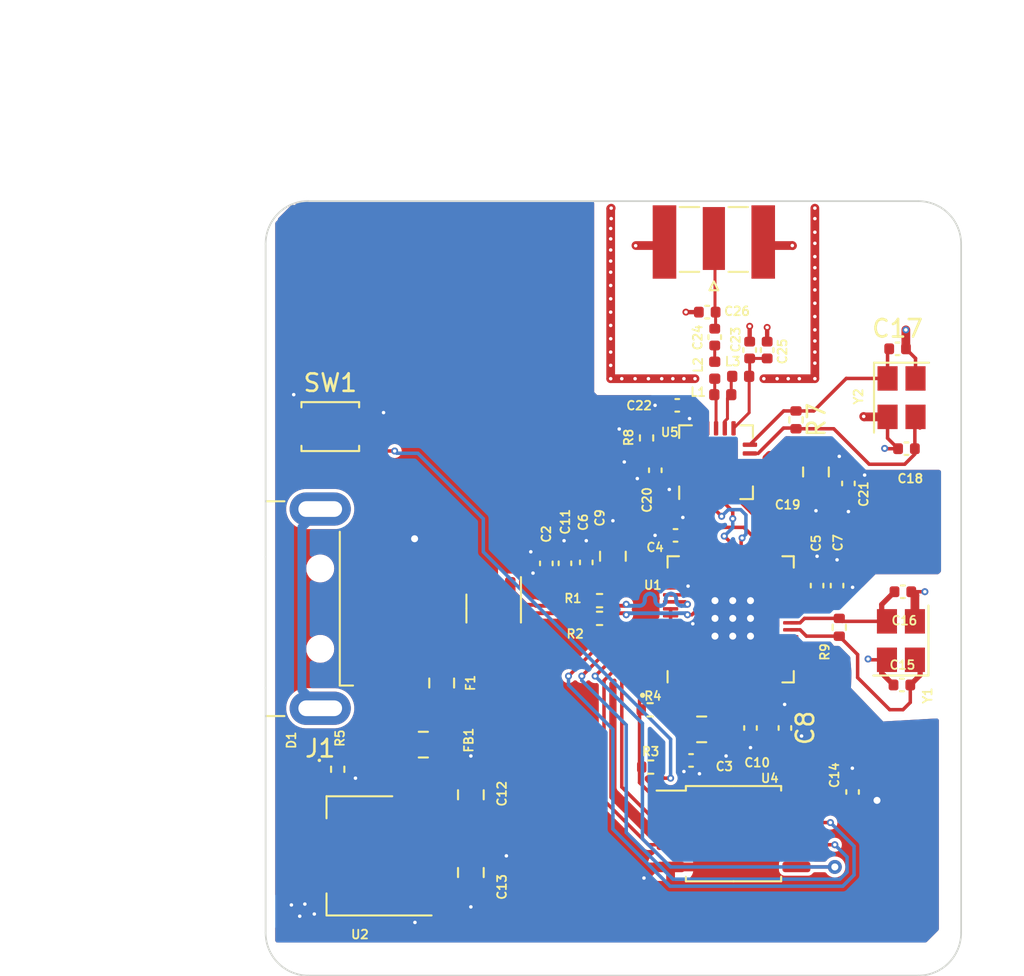
<source format=kicad_pcb>
(kicad_pcb (version 20221018) (generator pcbnew)
  (layers (0 "F.Cu" signal) (1 "In1.Cu" signal) (2 "In2.Cu" signal) (31 "B.Cu" signal) (34 "B.Paste" user) (35 "F.Paste" user) (36 "B.SilkS" user "B.Silkscreen") (37 "F.SilkS" user "F.Silkscreen") (38 "B.Mask" user) (39 "F.Mask" user) (44 "Edge.Cuts" user))
  (net 0 "")
  (net 1 "+3V3")
  (net 2 "GND")
  (net 3 "Net-(U2-VI)")
  (net 4 "/XTAL_IN")
  (net 5 "/XTAL_OUT")
  (net 6 "/XC1")
  (net 7 "/XC2")
  (net 8 "Net-(U5-VDD_PA)")
  (net 9 "Net-(C24-Pad1)")
  (net 10 "Net-(J3-In)")
  (net 11 "Net-(D1-K)")
  (net 12 "Net-(D2-A)")
  (net 13 "VBUS")
  (net 14 "Net-(F1-Pad2)")
  (net 15 "/USB_DP")
  (net 16 "/USB_DN")
  (net 17 "Net-(U5-ANT2)")
  (net 18 "Net-(U5-ANT1)")
  (net 19 "/D+")
  (net 20 "/D-")
  (net 21 "Net-(R3-Pad1)")
  (net 22 "/SPI_SS")
  (net 23 "Net-(U5-IREF)")
  (net 26 "/SPI_RX")
  (net 27 "/SPI_CSN")
  (net 28 "/SPI_CLK")
  (net 30 "/CE")
  (net 49 "/USB_D-")
  (net 50 "/USB_D+")
  (net 51 "/SPI_IO3")
  (net 52 "/SPI_IO0")
  (net 53 "/SPI_IO2")
  (net 54 "/SPI_IO1")
  (net 62 "/SPI_TX")
  (net 63 "/SPI_SCLK")
  (net 65 "unconnected-(J1-Shield-Pad5)")
  (footprint "Capacitor_SMD:C_0402_1005Metric" (layer "F.Cu") (at 57.342 80.9472 -90)
    (fp_text reference "C8")
    (fp_text value "100n")
  )
  (footprint "Connector_Coaxial:SMA_Samtec_SMA-J-P-X-ST-EM1_EdgeMount" (layer "F.Cu") (at 53.275 53.1375 180)
    (fp_text reference "REF**" hide)
    (fp_text value "SMA_Samtec_SMA-J-P-X-ST-EM1_EdgeMount")
  )
  (footprint "Inductor_SMD:L_0402_1005Metric" (layer "F.Cu") (at 54.81 60.825 180)
    (fp_text reference "L3")
    (fp_text value "2n7")
  )
  (footprint "Resistor_SMD:R_0402_1005Metric" (layer "F.Cu") (at 49.425 64.35 -90)
    (fp_text reference "R8")
    (fp_text value "22k")
  )
  (footprint "Capacitor_SMD:C_0805_2012Metric" (layer "F.Cu") (at 47.498 71.12 90)
    (fp_text reference "C9")
    (fp_text value "1u")
  )
  (footprint "LED_SMD:LED_0402_1005Metric" (layer "F.Cu") (at 29.61 82.8 180)
    (fp_text reference "D1")
    (fp_text value "RED")
  )
  (footprint "Inductor_SMD:L_0402_1005Metric" (layer "F.Cu") (at 53.325 60.475 90)
    (fp_text reference "L2")
    (fp_text value "3n9")
  )
  (footprint "Capacitor_SMD:C_0402_1005Metric" (layer "F.Cu") (at 43.688 71.529 90)
    (fp_text reference "C2")
    (fp_text value "100n")
  )
  (footprint "Capacitor_SMD:C_0805_2012Metric" (layer "F.Cu") (at 52.578 81.026)
    (fp_text reference "C1" hide)
    (fp_text value "1u")
  )
  (footprint "Package_TO_SOT_SMD:SOT-223-3_TabPin2" (layer "F.Cu") (at 33.02 88.265 180)
    (fp_text reference "U2")
    (fp_text value "AMS1117-3.3")
  )
  (footprint "Capacitor_SMD:C_0402_1005Metric" (layer "F.Cu") (at 51.971 82.804)
    (fp_text reference "C3")
    (fp_text value "100n")
  )
  (footprint "Capacitor_SMD:C_0805_2012Metric" (layer "F.Cu") (at 59.118 66.297 90)
    (fp_text reference "C19")
    (fp_text value "10u")
  )
  (footprint "Capacitor_SMD:C_0402_1005Metric" (layer "F.Cu") (at 61.214 84.61 90)
    (fp_text reference "C14")
    (fp_text value "100n")
  )
  (footprint "Capacitor_SMD:C_0402_1005Metric" (layer "F.Cu") (at 49.925 66.2 90)
    (fp_text reference "C20")
    (fp_text value "100n")
  )
  (footprint "Capacitor_SMD:C_0402_1005Metric" (layer "F.Cu") (at 59.182 72.799 90)
    (fp_text reference "C5")
    (fp_text value "100n")
  )
  (footprint "Package_DFN_QFN:QFN-56-1EP_7x7mm_P0.4mm_EP3.2x3.2mm" (layer "F.Cu") (at 54.2375 74.73 90)
    (fp_text reference "U1")
    (fp_text value "RP2040")
  )
  (footprint "Capacitor_SMD:C_0402_1005Metric" (layer "F.Cu") (at 56.325 59.32 90)
    (fp_text reference "C25")
    (fp_text value "4p7")
  )
  (footprint "Capacitor_SMD:C_0402_1005Metric" (layer "F.Cu") (at 53.325 58.58 90)
    (fp_text reference "C24")
    (fp_text value "1p5")
  )
  (footprint "Connector_USB:USB_A_CNCTech_1001-011-01101_Horizontal" (layer "F.Cu") (at 23.85 74.119 180)
    (fp_text reference "J1")
    (fp_text value "USB_A")
  )
  (footprint "Capacitor_SMD:C_0402_1005Metric" (layer "F.Cu") (at 45.974 71.473 90)
    (fp_text reference "C6")
    (fp_text value "100n")
  )
  (footprint "Resistor_SMD:R_0402_1005Metric" (layer "F.Cu") (at 49.6296 79.9084)
    (fp_text reference "R4")
    (fp_text value "10k")
  )
  (footprint "Capacitor_SMD:C_0402_1005Metric" (layer "F.Cu") (at 64.297 64.966 180)
    (fp_text reference "C18")
    (fp_text value "16p")
  )
  (footprint "Button_Switch_SMD:SW_SPST_B3U-1000P" (layer "F.Cu") (at 31.325 63.7)
    (fp_text reference "SW1")
    (fp_text value "SW_Push")
  )
  (footprint "Inductor_SMD:L_0402_1005Metric" (layer "F.Cu") (at 53.785 61.875 180)
    (fp_text reference "L1")
    (fp_text value "8n2")
  )
  (footprint "Capacitor_SMD:C_0402_1005Metric" (layer "F.Cu") (at 64.092 73.152)
    (fp_text reference "C16")
    (fp_text value "16")
  )
  (footprint "Resistor_SMD:R_0402_1005Metric" (layer "F.Cu") (at 49.659 83.185 180)
    (fp_text reference "R3")
    (fp_text value "1k")
  )
  (footprint "Resistor_SMD:R_0402_1005Metric" (layer "F.Cu") (at 57.975 63.315 -90)
    (fp_text reference "R7")
    (fp_text value "1M")
  )
  (footprint "Capacitor_SMD:C_0402_1005Metric" (layer "F.Cu") (at 52.895 57.15)
    (fp_text reference "C26")
    (fp_text value "1p0")
  )
  (footprint "Capacitor_SMD:C_0402_1005Metric" (layer "F.Cu") (at 51.082 69.925 180)
    (fp_text reference "C4")
    (fp_text value "100n")
  )
  (footprint "Package_SO:SOIC-8_5.23x5.23mm_P1.27mm" (layer "F.Cu") (at 54.4 86.995)
    (fp_text reference "U4")
    (fp_text value "W25Q128JVS")
  )
  (footprint "Capacitor_SMD:C_0402_1005Metric" (layer "F.Cu") (at 63.789 59.251)
    (fp_text reference "C17")
    (fp_text value "16p")
  )
  (footprint "Capacitor_SMD:C_0805_2012Metric" (layer "F.Cu") (at 36.65 81.9 180)
    (fp_text reference "FB1")
    (fp_text value "100@100Mhz")
  )
  (footprint "Resistor_SMD:R_0402_1005Metric" (layer "F.Cu") (at 60.452 75.186 90)
    (fp_text reference "R9")
    (fp_text value "1M")
  )
  (footprint "Capacitor_SMD:C_0402_1005Metric" (layer "F.Cu") (at 55.325 59.32 90)
    (fp_text reference "C23")
    (fp_text value "2n2")
  )
  (footprint "Package_DFN_QFN:QFN-20-1EP_4x4mm_P0.5mm_EP2.5x2.5mm" (layer "F.Cu") (at 53.401 65.7385 90)
    (fp_text reference "U5")
    (fp_text value "NRF24L01" hide)
  )
  (footprint "Crystal:Crystal_SMD_SeikoEpson_TSX3225-4Pin_3.2x2.5mm" (layer "F.Cu") (at 64.015 62.045 -90)
    (fp_text reference "Y2")
    (fp_text value "ecx_53r-1775695")
  )
  (footprint "Fuse:Fuse_0805_2012Metric" (layer "F.Cu") (at 37.7 78.375 -90)
    (fp_text reference "F1")
    (fp_text value "100mA")
  )
  (footprint "Capacitor_SMD:C_0402_1005Metric" (layer "F.Cu") (at 51.181 62.484)
    (fp_text reference "C22")
    (fp_text value "100n")
  )
  (footprint "Package_TO_SOT_SMD:SOT-23-6" (layer "F.Cu") (at 40.675 74.1125 -90)
    (fp_text reference "U3" hide)
    (fp_text value "TPD2S017")
  )
  (footprint "Crystal:Crystal_SMD_SeikoEpson_TSX3225-4Pin_3.2x2.5mm" (layer "F.Cu") (at 63.98 75.946 90)
    (fp_text reference "Y1")
    (fp_text value "ecx_53r-1775695")
  )
  (footprint "Capacitor_SMD:C_0402_1005Metric" (layer "F.Cu") (at 64.036 78.486 180)
    (fp_text reference "C15")
    (fp_text value "16p")
  )
  (footprint "Capacitor_SMD:C_0402_1005Metric" (layer "F.Cu") (at 60.325 72.799 90)
    (fp_text reference "C7")
    (fp_text value "100n")
  )
  (footprint "Capacitor_SMD:C_0402_1005Metric" (layer "F.Cu") (at 44.7548 71.5238 90)
    (fp_text reference "C11")
    (fp_text value "100n")
  )
  (footprint "Capacitor_SMD:C_0805_2012Metric" (layer "F.Cu") (at 39.37 84.77 90)
    (fp_text reference "C12")
    (fp_text value "10u")
  )
  (footprint "Capacitor_SMD:C_0805_2012Metric" (layer "F.Cu") (at 39.37 89.22 -90)
    (fp_text reference "C13")
    (fp_text value "10u")
  )
  (footprint "Resistor_SMD:R_0402_1005Metric" (layer "F.Cu") (at 31.75 83.31 90)
    (fp_text reference "R5")
    (fp_text value "1k5")
  )
  (footprint "Resistor_SMD:R_0402_1005Metric" (layer "F.Cu") (at 46.734 74.676)
    (fp_text reference "R2")
    (fp_text value "27.4")
  )
  (footprint "Capacitor_SMD:C_0402_1005Metric" (layer "F.Cu") (at 55.372 80.9472 -90)
    (fp_text reference "C10")
    (fp_text value "100n")
  )
  (footprint "Resistor_SMD:R_0402_1005Metric" (layer "F.Cu") (at 46.734 73.66)
    (fp_text reference "R1")
    (fp_text value "27.4")
  )
  (footprint "Capacitor_SMD:C_0402_1005Metric" (layer "F.Cu") (at 60.975 66.955 90)
    (fp_text reference "C21")
    (fp_text value "100n")
  )
  (gr_circle (center 49.194571 79.075429) (end 49.194571 79.075429) (stroke (width 0.15)) (fill none) (layer "F.SilkS"))
  (gr_arc (start 30.075 95.117588) (mid 28.342588 94.4) (end 27.625 92.667588) (stroke (width 0.1)) (layer "Edge.Cuts"))
  (gr_line (start 27.625 71.15) (end 27.625 78.65) (stroke (width 0.1)) (layer "Edge.Cuts"))
  (gr_line (start 30.075 95.117588) (end 64.975 95.117588) (stroke (width 0.1)) (layer "Edge.Cuts"))
  (gr_line (start 27.625 71.15) (end 27.625 53.242588) (stroke (width 0.1)) (layer "Edge.Cuts"))
  (gr_arc (start 67.425 92.667588) (mid 66.707412 94.4) (end 64.975 95.117588) (stroke (width 0.1)) (layer "Edge.Cuts"))
  (gr_line (start 64.975 50.8) (end 30.075 50.8) (stroke (width 0.1)) (layer "Edge.Cuts"))
  (gr_line (start 67.425 53.25) (end 67.425 92.675) (stroke (width 0.1)) (layer "Edge.Cuts"))
  (gr_arc (start 27.625 53.242588) (mid 28.342588 51.510176) (end 30.075 50.792588) (stroke (width 0.1)) (layer "Edge.Cuts"))
  (gr_line (start 27.625 78.65) (end 27.625 92.667588) (stroke (width 0.1)) (layer "Edge.Cuts"))
  (gr_arc (start 64.975 50.8) (mid 66.707412 51.517588) (end 67.425 53.25) (stroke (width 0.1)) (layer "Edge.Cuts"))
  (segment (start 51.6375 78.1675) (end 51.6375 78.9185) (width 0.2) (layer "F.Cu") (net 1))
  (segment (start 51.736 63.801) (end 50.701 62.766) (width 0.2) (layer "F.Cu") (net 1))
  (segment (start 55.3385 66.2385) (end 56.0115 66.2385) (width 0.25) (layer "F.Cu") (net 1))
  (segment (start 51.562 78.994) (end 51.6375 78.9185) (width 0.2) (layer "F.Cu") (net 1))
  (segment (start 49.476 72.07) (end 49.536 72.13) (width 0.5) (layer "F.Cu") (net 1))
  (segment (start 57.342 79.617) (end 57.325 79.6) (width 0.5) (layer "F.Cu") (net 1))
  (segment (start 55.2375 71.824975) (end 55.032475 72.03) (width 0.2) (layer "F.Cu") (net 1))
  (segment (start 57.675 74.53) (end 57.929 74.276) (width 0.2) (layer "F.Cu") (net 1))
  (segment (start 58.185 74.276) (end 59.182 73.279) (width 0.2) (layer "F.Cu") (net 1))
  (segment (start 29.87 88.265) (end 29.125 87.52) (width 0.5) (layer "F.Cu") (net 1))
  (segment (start 59.118 67.247) (end 57.147 67.247) (width 0.5) (layer "F.Cu") (net 1))
  (segment (start 51.5264 79.9084) (end 51.628 79.8068) (width 0.25) (layer "F.Cu") (net 1))
  (segment (start 42.9412 72.07) (end 47.498 72.07) (width 0.5) (layer "F.Cu") (net 1))
  (segment (start 50.8 72.13) (end 50.8 72.93) (width 0.2) (layer "F.Cu") (net 1))
  (segment (start 56.0115 66.2385) (end 56.306 66.533) (width 0.25) (layer "F.Cu") (net 1))
  (segment (start 60.325 73.279) (end 60.833 73.279) (width 0.2) (layer "F.Cu") (net 1))
  (segment (start 55.372 80.4672) (end 55.372 79.1464) (width 0.5) (layer "F.Cu") (net 1))
  (segment (start 51.628 79.06) (end 51.562 78.994) (width 0.5) (layer "F.Cu") (net 1))
  (segment (start 39.365 88.265) (end 39.37 88.27) (width 0.5) (layer "F.Cu") (net 1))
  (segment (start 50.701 62.766) (end 50.701 62.484) (width 0.2) (layer "F.Cu") (net 1))
  (segment (start 59.118 67.247) (end 60.787 67.247) (width 0.5) (layer "F.Cu") (net 1))
  (segment (start 51.562 68.962) (end 51.5 68.9) (width 0.25) (layer "F.Cu") (net 1))
  (segment (start 60.975 67.435) (end 60.975 68.565) (width 0.5) (layer "F.Cu") (net 1))
  (segment (start 55.2375 78.1675) (end 55.2375 78.8595) (width 0.2) (layer "F.Cu") (net 1))
  (segment (start 50.8 74.13) (end 50.8 74.93) (width 0.2) (layer "F.Cu") (net 1))
  (segment (start 51.6375 75.235025) (end 51.6375 78.1675) (width 0.2) (layer "F.Cu") (net 1))
  (segment (start 50.8 72.13) (end 49.536 72.13) (width 0.2) (layer "F.Cu") (net 1))
  (segment (start 39.37 88.27) (end 41.397 88.27) (width 0.5) (layer "F.Cu") (net 1))
  (segment (start 49.925 66.68) (end 50.8665 65.7385) (width 0.2) (layer "F.Cu") (net 1))
  (segment (start 51.562 71.217) (end 51.6375 71.2925) (width 0.2) (layer "F.Cu") (net 1))
  (segment (start 51.628 81.026) (end 51.628 79.8068) (width 0.5) (layer "F.Cu") (net 1))
  (segment (start 58 85.09) (end 62.611 85.09) (width 0.5) (layer "F.Cu") (net 1))
  (segment (start 60.325 73.279) (end 59.182 73.279) (width 0.5) (layer "F.Cu") (net 1))
  (segment (start 55.372 79.1464) (end 55.3212 79.0956) (width 0.5) (layer "F.Cu") (net 1))
  (segment (start 50.701 62.484) (end 49.911 62.484) (width 0.2) (layer "F.Cu") (net 1))
  (segment (start 51.6375 71.824975) (end 51.6375 71.2925) (width 0.2) (layer "F.Cu") (net 1))
  (segment (start 51.562 69.925) (end 51.562 71.217) (width 0.2) (layer "F.Cu") (net 1))
  (segment (start 47.498 72.07) (end 49.476 72.07) (width 0.5) (layer "F.Cu") (net 1))
  (segment (start 60.787 67.247) (end 60.975 67.435) (width 0.5) (layer "F.Cu") (net 1))
  (segment (start 36.17 88.265) (end 39.365 88.265) (width 0.5) (layer "F.Cu") (net 1))
  (segment (start 49.905 66.7) (end 49.925 66.68) (width 0.2) (layer "F.Cu") (net 1))
  (segment (start 29.125 87.52) (end 29.125 82.8) (width 0.5) (layer "F.Cu") (net 1))
  (segment (start 57.342 80.4672) (end 57.342 79.617) (width 0.5) (layer "F.Cu") (net 1))
  (segment (start 55.032475 72.03) (end 51.842525 72.03) (width 0.2) (layer "F.Cu") (net 1))
  (segment (start 51.842525 72.03) (end 51.6375 71.824975) (width 0.2) (layer "F.Cu") (net 1))
  (segment (start 59.118 68.516) (end 59.118 67.247) (width 0.5) (layer "F.Cu") (net 1))
  (segment (start 57.821 74.276) (end 57.675 74.13) (width 0.2) (layer "F.Cu") (net 1))
  (segment (start 48.895 66.675) (end 49.92 66.675) (width 0.5) (layer "F.Cu") (net 1))
  (segment (start 52.401 63.801) (end 51.736 63.801) (width 0.2) (layer "F.Cu") (net 1))
  (segment (start 55.2375 71.2925) (end 55.2375 71.824975) (width 0.2) (layer "F.Cu") (net 1))
  (segment (start 51.332475 74.93) (end 51.6375 75.235025) (width 0.2) (layer "F.Cu") (net 1))
  (segment (start 50.267525 74.93) (end 50.8 74.93) (width 0.2) (layer "F.Cu") (net 1))
  (segment (start 50.8665 65.7385) (end 51.4635 65.7385) (width 0.2) (layer "F.Cu") (net 1))
  (segment (start 51.628 79.8068) (end 51.628 79.06) (width 0.5) (layer "F.Cu") (net 1))
  (segment (start 57.147 67.247) (end 56.433 66.533) (width 0.5) (layer "F.Cu") (net 1))
  (segment (start 55.2375 78.8595) (end 55.2704 78.8924) (width 0.2) (layer "F.Cu") (net 1))
  (segment (start 41.397 88.27) (end 41.402 88.265) (width 0.5) (layer "F.Cu") (net 1))
  (segment (start 50.1396 79.9084) (end 51.5264 79.9084) (width 0.25) (layer "F.Cu") (net 1))
  (segment (start 49.92 66.675) (end 49.925 66.68) (width 0.5) (layer "F.Cu") (net 1))
  (segment (start 55.372 80.4672) (end 57.342 80.4672) (width 0.5) (layer "F.Cu") (net 1))
  (segment (start 57.929 74.276) (end 58.185 74.276) (width 0.2) (layer "F.Cu") (net 1))
  (segment (start 51.562 78.994) (end 51.562 83.439) (width 0.5) (layer "F.Cu") (net 1))
  (segment (start 60.833 73.279) (end 61.214 72.898) (width 0.2) (layer "F.Cu") (net 1))
  (segment (start 42.926 72.0852) (end 42.9412 72.07) (width 0.5) (layer "F.Cu") (net 1))
  (segment (start 50.8 74.93) (end 51.332475 74.93) (width 0.2) (layer "F.Cu") (net 1))
  (segment (start 51.562 69.925) (end 51.562 68.962) (width 0.25) (layer "F.Cu") (net 1))
  (segment (start 57.929 74.276) (end 57.821 74.276) (width 0.2) (layer "F.Cu") (net 1))
  (segment (start 29.87 91.025) (end 29.87 88.265) (width 0.5) (layer "F.Cu") (net 1))
  (segment (start 60.96 68.58) (end 60.975 68.565) (width 0.5) (layer "F.Cu") (net 1))
  (segment (start 29.87 88.265) (end 36.17 88.265) (width 0.5) (layer "F.Cu") (net 1))
  (via blind (at 41.402 88.265) (size 0.4) (drill 0.2) (layers "F.Cu" "In2.Cu") (net 1))
  (via blind (at 60.975 68.565) (size 0.4) (drill 0.2) (layers "F.Cu" "In2.Cu") (net 1))
  (via blind (at 61.214 72.898) (size 0.4) (drill 0.2) (layers "F.Cu" "In2.Cu") (net 1))
  (via blind (at 29.1 91.075) (size 0.4) (drill 0.2) (layers "F.Cu" "In2.Cu") (net 1))
  (via blind (at 49.911 62.484) (size 0.4) (drill 0.2) (layers "F.Cu" "In2.Cu") (net 1))
  (via blind (at 30.411176 91.594411) (size 0.4) (drill 0.2) (layers "F.Cu" "In2.Cu") (net 1))
  (via blind (at 62.611 85.09) (size 0.8) (drill 0.4) (layers "F.Cu" "In2.Cu") (net 1))
  (via blind (at 29.87 91.025) (size 0.4) (drill 0.2) (layers "F.Cu" "In2.Cu") (net 1))
  (via blind (at 51.562 83.439) (size 0.4) (drill 0.2) (layers "F.Cu" "In2.Cu") (net 1))
  (via blind (at 51.5 68.9) (size 0.4) (drill 0.2) (layers "F.Cu" "In2.Cu") (net 1))
  (via blind (at 42.926 72.0852) (size 0.4) (drill 0.2) (layers "F.Cu" "In2.Cu") (net 1))
  (via blind (at 29.577421 91.718852) (size 0.4) (drill 0.2) (layers "F.Cu" "In2.Cu") (net 1))
  (via blind (at 59.118 68.516) (size 0.4) (drill 0.2) (layers "F.Cu" "In2.Cu") (net 1))
  (via blind (at 57.325 79.6) (size 0.4) (drill 0.2) (layers "F.Cu" "In2.Cu") (net 1))
  (via blind (at 48.895 66.675) (size 0.4) (drill 0.2) (layers "F.Cu" "In2.Cu") (net 1))
  (segment (start 52.451 82.804) (end 52.451 83.6) (width 0.5) (layer "F.Cu") (net 2))
  (segment (start 63.18 77.046) (end 62.146 77.046) (width 0.2) (layer "F.Cu") (net 2))
  (segment (start 42.982 71.049) (end 42.799 70.866) (width 0.5) (layer "F.Cu") (net 2))
  (segment (start 60.394 65.347) (end 60.452 65.405) (width 0.5) (layer "F.Cu") (net 2))
  (segment (start 43.688 71.049) (end 42.982 71.049) (width 0.5) (layer "F.Cu") (net 2))
  (segment (start 63.817 64.966) (end 63.066 64.966) (width 0.2) (layer "F.Cu") (net 2))
  (segment (start 64.269 59.251) (end 64.262 59.244) (width 0.5) (layer "F.Cu") (net 2))
  (segment (start 49.911 69.925) (end 50.602 69.925) (width 0.5) (layer "F.Cu") (net 2))
  (segment (start 63.215 63.145) (end 61.875 63.145) (width 0.5) (layer "F.Cu") (net 2))
  (segment (start 64.78 73.36) (end 64.572 73.152) (width 0.5) (layer "F.Cu") (net 2))
  (segment (start 59.118 65.347) (end 60.394 65.347) (width 0.5) (layer "F.Cu") (net 2))
  (segment (start 63.215 63.145) (end 63.215 64.364) (width 0.2) (layer "F.Cu") (net 2))
  (segment (start 55.372 81.4272) (end 55.372 82.072) (width 0.5) (layer "F.Cu") (net 2))
  (segment (start 29.275 61.914) (end 29.233 61.872) (width 0.2) (layer "F.Cu") (net 2))
  (segment (start 35.65 70.619) (end 36.15 70.119) (width 0.5) (layer "F.Cu") (net 2))
  (segment (start 51.661 63.0196) (end 51.661 62.484) (width 0.2) (layer "F.Cu") (net 2))
  (segment (start 47.498 70.104) (end 47.498 69.088) (width 0.5) (layer "F.Cu") (net 2))
  (segment (start 61.214 84.13) (end 61.214 83.264) (width 0.5) (layer "F.Cu") (net 2))
  (segment (start 60.975 66.475) (end 61.903 66.475) (width 0.5) (layer "F.Cu") (net 2))
  (segment (start 64.815 59.797) (end 64.269 59.251) (width 0.2) (layer "F.Cu") (net 2))
  (segment (start 64.78 74.846) (end 64.78 73.36) (width 0.5) (layer "F.Cu") (net 2))
  (segment (start 58.2772 81.4228) (end 58.293 81.407) (width 0.2) (layer "F.Cu") (net 2))
  (segment (start 64.262 59.244) (end 64.262 58.166) (width 0.5) (layer "F.Cu") (net 2))
  (segment (start 53.925 82.5) (end 53.975 82.55) (width 0.2) (layer "F.Cu") (net 2))
  (segment (start 47.498 70.17) (end 47.498 70.104) (width 0.5) (layer "F.Cu") (net 2))
  (segment (start 60.325 72.319) (end 60.325 71.325) (width 0.5) (layer "F.Cu") (net 2))
  (segment (start 52.009152 62.484) (end 51.661 62.484) (width 0.2) (layer "F.Cu") (net 2))
  (segment (start 53.9 82.5) (end 53.925 82.5) (width 0.2) (layer "F.Cu") (net 2))
  (segment (start 55.45 82.15) (end 55.372 82.072) (width 0.2) (layer "F.Cu") (net 2))
  (segment (start 51.2865 66.7385) (end 50.725 67.3) (width 0.2) (layer "F.Cu") (net 2))
  (segment (start 56.0845 65.7385) (end 56.306 65.517) (width 0.25) (layer "F.Cu") (net 2))
  (segment (start 52.901 63.375848) (end 52.009152 62.484) (width 0.2) (layer "F.Cu") (net 2))
  (segment (start 57.342 81.4272) (end 58.2772 81.4272) (width 0.5) (layer "F.Cu") (net 2))
  (segment (start 55.3385 65.7385) (end 56.0845 65.7385) (width 0.25) (layer "F.Cu") (net 2))
  (segment (start 50.4065 65.2385) (end 51.4635 65.2385) (width 0.2) (layer "F.Cu") (net 2))
  (segment (start 47.371 51.229) (end 47.371 60.96) (width 0.5) (layer "F.Cu") (net 2))
  (segment (start 63.066 64.966) (end 63.05 64.95) (width 0.2) (layer "F.Cu") (net 2))
  (segment (start 39.37 83.82) (end 39.37 82.55) (width 0.5) (layer "F.Cu") (net 2))
  (segment (start 50.8 88.9) (end 49.911 88.9) (width 0.5) (layer "F.Cu") (net 2))
  (segment (start 49.925 65.72) (end 48.155 65.72) (width 0.5) (layer "F.Cu") (net 2))
  (segment (start 51.675 57.15) (end 52.415 57.15) (width 0.25) (layer "F.Cu") (net 2))
  (segment (start 33.5 70.619) (end 35.65 70.619) (width 0.5) (layer "F.Cu") (net 2))
  (segment (start 49.911 88.9) (end 49.276 89.535) (width 0.5) (layer "F.Cu") (net 2))
  (segment (start 51.8832 63.2418) (end 51.661 63.0196) (width 0.2) (layer "F.Cu") (net 2))
  (segment (start 58.2772 81.4272) (end 58.2772 81.4228) (width 0.2) (layer "F.Cu") (net 2))
  (segment (start 44.704 70.993) (end 44.704 70.231) (width 0.5) (layer "F.Cu") (net 2))
  (segment (start 49.925 65.72) (end 50.4065 65.2385) (width 0.2) (layer "F.Cu") (net 2))
  (segment (start 61.214 83.264) (end 61.2 83.25) (width 0.5) (layer "F.Cu") (net 2))
  (segment (start 34.373 62.9) (end 33.375 62.9) (width 0.5) (layer "F.Cu") (net 2))
  (segment (start 62.88 77.81) (end 63.556 78.486) (width 0.3) (layer "F.Cu") (net 2))
  (segment (start 39.37 90.17) (end 39.37 91.186) (width 0.5) (layer "F.Cu") (net 2))
  (segment (start 47.371 60.96) (end 52.197 60.96) (width 0.5) (layer "F.Cu") (net 2))
  (segment (start 57.675 75.73) (end 55.41 75.73) (width 0.2) (layer "F.Cu") (net 2))
  (segment (start 62.88 76.746) (end 62.88 77.81) (width 0.3) (layer "F.Cu") (net 2))
  (segment (start 52.451 83.6) (end 52.451 83.566) (width 0.2) (layer "F.Cu") (net 2))
  (segment (start 59.055 51.2) (end 59.055 60.96) (width 0.5) (layer "F.Cu") (net 2))
  (segment (start 44.7548 71.0438) (end 44.704 70.993) (width 0.5) (layer "F.Cu") (net 2))
  (segment (start 64.586 73.15) (end 65.35 73.15) (width 0.2) (layer "F.Cu") (net 2))
  (segment (start 59.118 65.347) (end 56.476 65.347) (width 0.5) (layer "F.Cu") (net 2))
  (segment (start 56.476 65.347) (end 56.306 65.517) (width 0.5) (layer "F.Cu") (net 2))
  (segment (start 48.825 53.35) (end 48.815 53.34) (width 0.2) (layer "F.Cu") (net 2))
  (segment (start 31.75 83.82) (end 32.766 83.82) (width 0.5) (layer "F.Cu") (net 2))
  (segment (start 59.182 71.168) (end 59.182 72.319) (width 0.5) (layer "F.Cu") (net 2))
  (segment (start 48.155 65.72) (end 48.15 65.725) (width 0.5) (layer "F.Cu") (net 2))
  (segment (start 56.134 60.96) (end 59.055 60.96) (width 0.5) (layer "F.Cu") (net 2))
  (segment (start 56.325 58.84) (end 56.325 58.025) (width 0.25) (layer "F.Cu") (net 2))
  (segment (start 61.875 63.145) (end 61.849 63.119) (width 0.5) (layer "F.Cu") (net 2))
  (segment (start 57.775 53.35) (end 57.765 53.34) (width 0.5) (layer "F.Cu") (net 2))
  (segment (start 55.325 58.84) (end 55.325 57.959) (width 0.25) (layer "F.Cu") (net 2))
  (segment (start 62.146 77.046) (end 62.1 77) (width 0.2) (layer "F.Cu") (net 2))
  (segment (start 51.4635 66.7385) (end 51.2865 66.7385) (width 0.2) (layer "F.Cu") (net 2))
  (segment (start 53.528 82.128) (end 53.9 82.5) (width 0.5) (layer "F.Cu") (net 2))
  (segment (start 49.425 63.84) (end 47.86 63.84) (width 0.5) (layer "F.Cu") (net 2))
  (segment (start 53.528 81.026) (end 53.528 82.128) (width 0.5) (layer "F.Cu") (net 2))
  (segment (start 64.815 60.945) (end 64.815 59.797) (width 0.2) (layer "F.Cu") (net 2))
  (segment (start 52.901 63.801) (end 52.901 63.375848) (width 0.2) (layer "F.Cu") (net 2))
  (segment (start 29.275 62.9) (end 29.275 61.914) (width 0.2) (layer "F.Cu") (net 2))
  (segment (start 55.372 57.912) (end 55.325 57.959) (width 0.2) (layer "F.Cu") (net 2))
  (segment (start 45.974 70.993) (end 45.974 70.231) (width 0.5) (layer "F.Cu") (net 2))
  (segment (start 63.215 64.364) (end 63.817 64.966) (width 0.2) (layer "F.Cu") (net 2))
  (segment (start 50.515 53.34) (end 48.815 53.34) (width 0.5) (layer "F.Cu") (net 2))
  (segment (start 59.182 71.168) (end 59.182 71.12) (width 0.2) (layer "F.Cu") (net 2))
  (segment (start 36.17 92.075) (end 36.17 90.565) (width 0.5) (layer "F.Cu") (net 2))
  (segment (start 47.4 51.2) (end 47.371 51.229) (width 0.5) (layer "F.Cu") (net 2))
  (segment (start 56.165 53.34) (end 57.765 53.34) (width 0.5) (layer "F.Cu") (net 2))
  (segment (start 55.41 75.73) (end 55.372 75.692) (width 0.2) (layer "F.Cu") (net 2))
  (via blind (at 47.371 60.198) (size 0.4) (drill 0.2) (layers "F.Cu" "In1.Cu") (net 2))
  (via (at 62.1 77) (size 0.4) (drill 0.2) (layers "F.Cu" "B.Cu") (net 2))
  (via blind (at 48.006 60.96) (size 0.4) (drill 0.2) (layers "F.Cu" "In1.Cu") (net 2))
  (via blind (at 51.8832 63.2418) (size 0.4) (drill 0.2) (layers "F.Cu" "In1.Cu") (net 2))
  (via (at 53.34 74.676) (size 0.8) (drill 0.4) (layers "F.Cu" "B.Cu") (net 2))
  (via blind (at 47.371 55.626) (size 0.4) (drill 0.2) (layers "F.Cu" "In1.Cu") (net 2))
  (via blind (at 56.134 60.96) (size 0.4) (drill 0.2) (layers "F.Cu" "In1.Cu") (net 2))
  (via blind (at 47.371 57.15) (size 0.4) (drill 0.2) (layers "F.Cu" "In1.Cu") (net 2))
  (via (at 63.05 64.95) (size 0.4) (drill 0.2) (layers "F.Cu" "B.Cu") (net 2))
  (via (at 53.34 75.692) (size 0.8) (drill 0.4) (layers "F.Cu" "B.Cu") (net 2))
  (via (at 60.325 71.325) (size 0.4) (drill 0.2) (layers "F.Cu" "B.Cu") (net 2))
  (via blind (at 47.371 60.96) (size 0.4) (drill 0.2) (layers "F.Cu" "In1.Cu") (net 2))
  (via blind (at 55.325 57.959) (size 0.4) (drill 0.2) (layers "F.Cu" "In1.Cu") (net 2))
  (via (at 61.903 66.475) (size 0.4) (drill 0.2) (layers "F.Cu" "B.Cu") (net 2))
  (via blind (at 59.055 60.071) (size 0.4) (drill 0.2) (layers "F.Cu" "In1.Cu") (net 2))
  (via blind (at 57.531 60.96) (size 0.4) (drill 0.2) (layers "F.Cu" "In1.Cu") (net 2))
  (via blind (at 49.276 89.535) (size 0.4) (drill 0.2) (layers "F.Cu" "In1.Cu") (net 2))
  (via blind (at 51.675 57.15) (size 0.4) (drill 0.2) (layers "F.Cu" "In1.Cu") (net 2))
  (via blind (at 29.233 61.872) (size 0.4) (drill 0.2) (layers "F.Cu" "In1.Cu") (net 2))
  (via (at 55.372 82.072) (size 0.4) (drill 0.2) (layers "F.Cu" "B.Cu") (net 2))
  (via blind (at 48.8 53.35) (size 0.4) (drill 0.2) (layers "F.Cu" "In1.Cu") (net 2))
  (via blind (at 59.055 56.642) (size 0.4) (drill 0.2) (layers "F.Cu" "In1.Cu") (net 2))
  (via blind (at 50.725 67.3) (size 0.4) (drill 0.2) (layers "F.Cu" "In1.Cu") (net 2))
  (via blind (at 36.17 92.075) (size 0.4) (drill 0.2) (layers "F.Cu" "In1.Cu") (net 2))
  (via (at 54.356 73.66) (size 0.8) (drill 0.4) (layers "F.Cu" "B.Cu") (net 2))
  (via (at 54.356 75.692) (size 0.8) (drill 0.4) (layers "F.Cu" "B.Cu") (net 2))
  (via (at 45.974 70.231) (size 0.4) (drill 0.2) (layers "F.Cu" "B.Cu") (net 2))
  (via (at 39.37 82.55) (size 0.4) (drill 0.2) (layers "F.Cu" "B.Cu") (net 2))
  (via (at 52.069694 74.984606) (size 0.4) (drill 0.2) (layers "F.Cu" "B.Cu") (net 2))
  (via (at 55.372 73.66) (size 0.8) (drill 0.4) (layers "F.Cu" "B.Cu") (net 2))
  (via (at 44.704 70.231) (size 0.4) (drill 0.2) (layers "F.Cu" "B.Cu") (net 2))
  (via (at 58.293 81.407) (size 0.4) (drill 0.2) (layers "F.Cu" "B.Cu") (net 2))
  (via blind (at 52.197 60.96) (size 0.4) (drill 0.2) (layers "F.Cu" "In1.Cu") (net 2))
  (via blind (at 59.055 51.2) (size 0.4) (drill 0.2) (layers "F.Cu" "In1.Cu") (net 2))
  (via (at 47.498 69.088) (size 0.4) (drill 0.2) (layers "F.Cu" "B.Cu") (net 2))
  (via (at 48.15 65.725) (size 0.4) (drill 0.2) (layers "F.Cu" "B.Cu") (net 2))
  (via blind (at 59.055 58.166) (size 0.4) (drill 0.2) (layers "F.Cu" "In1.Cu") (net 2))
  (via blind (at 34.373 62.9) (size 0.4) (drill 0.2) (layers "F.Cu" "In1.Cu") (net 2))
  (via blind (at 50.292 60.96) (size 0.4) (drill 0.2) (layers "F.Cu" "In1.Cu") (net 2))
  (via blind (at 47.371 59.436) (size 0.4) (drill 0.2) (layers "F.Cu" "In1.Cu") (net 2))
  (via blind (at 47.371 57.912) (size 0.4) (drill 0.2) (layers "F.Cu" "In1.Cu") (net 2))
  (via (at 65.35 73.15) (size 0.4) (drill 0.2) (layers "F.Cu" "B.Cu") (net 2))
  (via blind (at 61.849 63.119) (size 0.4) (drill 0.2) (layers "F.Cu" "In1.Cu") (net 2))
  (via (at 36.15 70.119) (size 0.8) (drill 0.4) (layers "F.Cu" "B.Cu") (net 2))
  (via (at 47.86 63.84) (size 0.4) (drill 0.2) (layers "F.Cu" "B.Cu") (net 2))
  (via (at 64.262 58.166) (size 0.4) (drill 0.2) (layers "F.Cu" "B.Cu") (net 2))
  (via blind (at 47.371 53.594) (size 0.4) (drill 0.2) (layers "F.Cu" "In1.Cu") (net 2))
  (via (at 52.451 83.566) (size 0.4) (drill 0.2) (layers "F.Cu" "B.Cu") (net 2))
  (via (at 55.372 74.676) (size 0.8) (drill 0.4) (layers "F.Cu" "B.Cu") (net 2))
  (via blind (at 47.4 51.8) (size 0.4) (drill 0.2) (layers "F.Cu" "In1.Cu") (net 2))
  (via blind (at 59.055 57.404) (size 0.4) (drill 0.2) (layers "F.Cu" "In1.Cu") (net 2))
  (via blind (at 59.055 53.975) (size 0.4) (drill 0.2) (layers "F.Cu" "In1.Cu") (net 2))
  (via blind (at 59.055 59.436) (size 0.4) (drill 0.2) (layers "F.Cu" "In1.Cu") (net 2))
  (via blind (at 59.055 52.578) (size 0.4) (drill 0.2) (layers "F.Cu" "In1.Cu") (net 2))
  (via blind (at 58.166 60.96) (size 0.4) (drill 0.2) (layers "F.Cu" "In1.Cu") (net 2))
  (via (at 49.911 69.925) (size 0.4) (drill 0.2) (layers "F.Cu" "B.Cu") (net 2))
  (via blind (at 47.371 54.864) (size 0.4) (drill 0.2) (layers "F.Cu" "In1.Cu") (net 2))
  (via blind (at 59.055 53.213) (size 0.4) (drill 0.2) (layers "F.Cu" "In1.Cu") (net 2))
  (via blind (at 39.37 91.186) (size 0.4) (drill 0.2) (layers "F.Cu" "In1.Cu") (net 2))
  (via (at 53.975 82.55) (size 0.4) (drill 0.2) (layers "F.Cu" "B.Cu") (net 2))
  (via blind (at 48.768 60.96) (size 0.4) (drill 0.2) (layers "F.Cu" "In1.Cu") (net 2))
  (via (at 54.356 74.676) (size 0.8) (drill 0.4) (layers "F.Cu" "B.Cu") (net 2))
  (via blind (at 47.371 52.365503) (size 0.4) (drill 0.2) (layers "F.Cu" "In1.Cu") (net 2))
  (via blind (at 59.055 54.61) (size 0.4) (drill 0.2) (layers "F.Cu" "In1.Cu") (net 2))
  (via blind (at 59.055 55.88) (size 0.4) (drill 0.2) (layers "F.Cu" "In1.Cu") (net 2))
  (via (at 60.452 65.405) (size 0.4) (drill 0.2) (layers "F.Cu" "B.Cu") (net 2))
  (via blind (at 56.896 60.96) (size 0.4) (drill 0.2) (layers "F.Cu" "In1.Cu") (net 2))
  (via blind (at 59.055 55.245) (size 0.4) (drill 0.2) (layers "F.Cu" "In1.Cu") (net 2))
  (via blind (at 59.055 60.96) (size 0.4) (drill 0.2) (layers "F.Cu" "In1.Cu") (net 2))
  (via (at 55.372 75.692) (size 0.8) (drill 0.4) (layers "F.Cu" "B.Cu") (net 2))
  (via blind (at 32.766 83.82) (size 0.4) (drill 0.2) (layers "F.Cu" "In1.Cu") (net 2))
  (via blind (at 50.927 60.96) (size 0.4) (drill 0.2) (layers "F.Cu" "In1.Cu") (net 2))
  (via blind (at 49.53 60.96) (size 0.4) (drill 0.2) (layers "F.Cu" "In1.Cu") (net 2))
  (via (at 53.34 73.66) (size 0.8) (drill 0.4) (layers "F.Cu" "B.Cu") (net 2))
  (via blind (at 59.055 51.8) (size 0.4) (drill 0.2) (layers "F.Cu" "In1.Cu") (net 2))
  (via blind (at 57.765 53.34) (size 0.4) (drill 0.2) (layers "F.Cu" "In1.Cu") (net 2))
  (via (at 51.8 72.8305) (size 0.4) (drill 0.2) (layers "F.Cu" "B.Cu") (net 2))
  (via (at 59.182 71.12) (size 0.4) (drill 0.2) (layers "F.Cu" "B.Cu") (net 2))
  (via blind (at 47.371 52.959) (size 0.4) (drill 0.2) (layers "F.Cu" "In1.Cu") (net 2))
  (via blind (at 47.371 58.674) (size 0.4) (drill 0.2) (layers "F.Cu" "In1.Cu") (net 2))
  (via (at 42.799 70.866) (size 0.4) (drill 0.2) (layers "F.Cu" "B.Cu") (net 2))
  (via blind (at 56.325 58.025) (size 0.4) (drill 0.2) (layers "F.Cu" "In1.Cu") (net 2))
  (via blind (at 59.055 58.801) (size 0.4) (drill 0.2) (layers "F.Cu" "In1.Cu") (net 2))
  (via blind (at 51.562 60.96) (size 0.4) (drill 0.2) (layers "F.Cu" "In1.Cu") (net 2))
  (via blind (at 61.2 83.25) (size 0.4) (drill 0.2) (layers "F.Cu" "In1.Cu") (net 2))
  (via blind (at 47.4 51.2) (size 0.4) (drill 0.2) (layers "F.Cu" "In1.Cu") (net 2))
  (via blind (at 47.371 54.229) (size 0.4) (drill 0.2) (layers "F.Cu" "In1.Cu") (net 2))
  (via blind (at 47.371 56.388) (size 0.4) (drill 0.2) (layers "F.Cu" "In1.Cu") (net 2))
  (segment (start 39.125 85.965) (end 39.37 85.72) (width 0.5) (layer "F.Cu") (net 3))
  (segment (start 36.17 85.965) (end 39.125 85.965) (width 0.5) (layer "F.Cu") (net 3))
  (segment (start 36.17 82.37) (end 36.17 85.965) (width 0.5) (layer "F.Cu") (net 3))
  (segment (start 35.7 81.9) (end 36.17 82.37) (width 0.5) (layer "F.Cu") (net 3))
  (segment (start 64.1 79.9) (end 64.516 79.484) (width 0.2) (layer "F.Cu") (net 4))
  (segment (start 65.08 77.922) (end 64.516 78.486) (width 0.3) (layer "F.Cu") (net 4))
  (segment (start 58.569475 75.692) (end 60.448 75.692) (width 0.2) (layer "F.Cu") (net 4))
  (segment (start 61.502 76.746) (end 61.502 78.064816) (width 0.2) (layer "F.Cu") (net 4))
  (segment (start 58.207475 75.33) (end 58.569475 75.692) (width 0.2) (layer "F.Cu") (net 4))
  (segment (start 63.337184 79.9) (end 64.1 79.9) (width 0.2) (layer "F.Cu") (net 4))
  (segment (start 61.502 78.064816) (end 63.337184 79.9) (width 0.2) (layer "F.Cu") (net 4))
  (segment (start 65.08 76.746) (end 65.08 77.922) (width 0.3) (layer "F.Cu") (net 4))
  (segment (start 60.452 75.696) (end 61.502 76.746) (width 0.2) (layer "F.Cu") (net 4))
  (segment (start 64.516 79.484) (end 64.516 78.486) (width 0.2) (layer "F.Cu") (net 4))
  (segment (start 57.675 75.33) (end 58.207475 75.33) (width 0.2) (layer "F.Cu") (net 4))
  (segment (start 60.448 75.692) (end 60.452 75.696) (width 0.2) (layer "F.Cu") (net 4))
  (segment (start 62.88 75.146) (end 62.88 73.884) (width 0.3) (layer "F.Cu") (net 5))
  (segment (start 60.622 74.846) (end 60.452 74.676) (width 0.2) (layer "F.Cu") (net 5))
  (segment (start 58.207475 74.93) (end 58.461475 74.676) (width 0.2) (layer "F.Cu") (net 5))
  (segment (start 63.612 73.152) (end 63.564 73.2) (width 0.2) (layer "F.Cu") (net 5))
  (segment (start 58.461475 74.676) (end 60.591746 74.676) (width 0.2) (layer "F.Cu") (net 5))
  (segment (start 62.88 73.884) (end 63.612 73.152) (width 0.3) (layer "F.Cu") (net 5))
  (segment (start 57.675 74.93) (end 58.207475 74.93) (width 0.2) (layer "F.Cu") (net 5))
  (segment (start 63.18 74.846) (end 60.622 74.846) (width 0.2) (layer "F.Cu") (net 5))
  (segment (start 57.272 62.805) (end 55.3385 64.7385) (width 0.2) (layer "F.Cu") (net 6))
  (segment (start 58.993 62.805) (end 60.853 60.945) (width 0.2) (layer "F.Cu") (net 6))
  (segment (start 60.853 60.945) (end 63.215 60.945) (width 0.2) (layer "F.Cu") (net 6))
  (segment (start 63.215 60.945) (end 63.215 59.345) (width 0.2) (layer "F.Cu") (net 6))
  (segment (start 58.993 62.805) (end 57.272 62.805) (width 0.2) (layer "F.Cu") (net 6))
  (segment (start 62.166 65.855) (end 64.198 65.855) (width 0.2) (layer "F.Cu") (net 7))
  (segment (start 64.198 65.855) (end 64.777 65.276) (width 0.2) (layer "F.Cu") (net 7))
  (segment (start 57.975 63.825) (end 60.136 63.825) (width 0.2) (layer "F.Cu") (net 7))
  (segment (start 57.222182 63.823) (end 55.806682 65.2385) (width 0.2) (layer "F.Cu") (net 7))
  (segment (start 64.777 64.966) (end 64.777 63.183) (width 0.2) (layer "F.Cu") (net 7))
  (segment (start 65.064 63.785) (end 65.064 63.475) (width 0.2) (layer "F.Cu") (net 7))
  (segment (start 57.261182 63.784) (end 57.222182 63.823) (width 0.2) (layer "F.Cu") (net 7))
  (segment (start 60.136 63.825) (end 62.166 65.855) (width 0.2) (layer "F.Cu") (net 7))
  (segment (start 57.774091 63.784) (end 57.261182 63.784) (width 0.2) (layer "F.Cu") (net 7))
  (segment (start 55.295 60.825) (end 55.295 62.907) (width 0.171) (layer "F.Cu") (net 8))
  (segment (start 55.295 62.907) (end 54.401 63.801) (width 0.171) (layer "F.Cu") (net 8))
  (segment (start 56.325 59.8) (end 55.325 59.8) (width 0.171) (layer "F.Cu") (net 8))
  (segment (start 55.325 60.795) (end 55.295 60.825) (width 0.171) (layer "F.Cu") (net 8))
  (segment (start 55.325 59.8) (end 55.325 60.795) (width 0.171) (layer "F.Cu") (net 8))
  (segment (start 53.325 59.06) (end 53.325 59.99) (width 0.171) (layer "F.Cu") (net 9))
  (segment (start 53.375 58.05) (end 53.325 58.1) (width 0.171) (layer "F.Cu") (net 10))
  (segment (start 53.375 57.15) (end 53.375 58.05) (width 0.171) (layer "F.Cu") (net 10))
  (segment (start 53.34 53.14) (end 53.34 57.115) (width 0.171) (layer "F.Cu") (net 10))
  (segment (start 53.34 57.115) (end 53.375 57.15) (width 0.171) (layer "F.Cu") (net 10))
  (segment (start 30.095 82.8) (end 31.75 82.8) (width 0.5) (layer "F.Cu") (net 11))
  (segment (start 40.675 76.273528) (end 39.478528 77.47) (width 0.5) (layer "F.Cu") (net 13))
  (segment (start 37.5185 77.619) (end 37.7 77.4375) (width 0.5) (layer "F.Cu") (net 13))
  (segment (start 33.5 77.619) (end 37.5185 77.619) (width 0.5) (layer "F.Cu") (net 13))
  (segment (start 39.478528 77.47) (end 37.7325 77.47) (width 0.5) (layer "F.Cu") (net 13))
  (segment (start 40.675 75.25) (end 40.675 76.273528) (width 0.5) (layer "F.Cu") (net 13))
  (segment (start 37.7325 77.47) (end 37.7 77.4375) (width 0.5) (layer "F.Cu") (net 13))
  (segment (start 37.6 79.33) (end 37.6 81.9) (width 0.5) (layer "F.Cu") (net 14))
  (segment (start 47.539999 73.955999) (end 48.172001 73.955999) (width 0.224) (layer "F.Cu") (net 15))
  (segment (start 50.8 73.73) (end 51.627518 73.73) (width 0.2) (layer "F.Cu") (net 15))
  (segment (start 51.627518 73.73) (end 51.765518 73.868) (width 0.2) (layer "F.Cu") (net 15))
  (segment (start 48.172001 73.955999) (end 48.26 73.868) (width 0.224) (layer "F.Cu") (net 15))
  (segment (start 47.244 73.66) (end 47.539999 73.955999) (width 0.224) (layer "F.Cu") (net 15))
  (via (at 48.26 73.868) (size 0.4) (drill 0.2) (layers "F.Cu" "B.Cu") (net 15))
  (via (at 51.765518 73.868) (size 0.4) (drill 0.2) (layers "F.Cu" "B.Cu") (net 15))
  (segment (start 50.822 73.262112) (end 50.821999 73.262112) (width 0.224) (layer "B.Cu") (net 15))
  (segment (start 49.322 73.656001) (end 49.322 73.562088) (width 0.224) (layer "B.Cu") (net 15))
  (segment (start 51.421998 73.956001) (end 51.677519 73.955999) (width 0.224) (layer "B.Cu") (net 15))
  (segment (start 49.921999 73.56209) (end 49.921998 73.656003) (width 0.224) (layer "B.Cu") (net 15))
  (segment (start 49.622001 73.262089) (end 49.622 73.262089) (width 0.224) (layer "B.Cu") (net 15))
  (segment (start 51.121998 73.562113) (end 51.121997 73.656003) (width 0.224) (layer "B.Cu") (net 15))
  (segment (start 48.348 73.956) (end 49.022 73.956) (width 0.224) (layer "B.Cu") (net 15))
  (segment (start 50.521998 73.656001) (end 50.521999 73.656001) (width 0.224) (layer "B.Cu") (net 15))
  (segment (start 50.521999 73.656001) (end 50.521999 73.562111) (width 0.224) (layer "B.Cu") (net 15))
  (segment (start 51.421997 73.956004) (end 51.421998 73.956001) (width 0.224) (layer "B.Cu") (net 15))
  (segment (start 51.677519 73.955999) (end 51.765518 73.868) (width 0.224) (layer "B.Cu") (net 15))
  (segment (start 49.321999 73.656001) (end 49.322 73.656001) (width 0.224) (layer "B.Cu") (net 15))
  (segment (start 51.421996 73.956004) (end 51.421997 73.956004) (width 0.224) (layer "B.Cu") (net 15))
  (segment (start 50.221997 73.956004) (end 50.221998 73.956004) (width 0.224) (layer "B.Cu") (net 15))
  (segment (start 50.221998 73.956004) (end 50.221999 73.956) (width 0.224) (layer "B.Cu") (net 15))
  (segment (start 48.26 73.868) (end 48.348 73.956) (width 0.224) (layer "B.Cu") (net 15))
  (arc (start 50.221999 73.956) (mid 50.43413 73.868132) (end 50.521998 73.656001) (width 0.224) (layer "B.Cu") (net 15))
  (arc (start 49.622 73.262089) (mid 49.834132 73.349958) (end 49.921999 73.56209) (width 0.224) (layer "B.Cu") (net 15))
  (arc (start 51.121997 73.656003) (mid 51.209864 73.868135) (end 51.421996 73.956004) (width 0.224) (layer "B.Cu") (net 15))
  (arc (start 50.521999 73.562111) (mid 50.609868 73.349979) (end 50.822 73.262112) (width 0.224) (layer "B.Cu") (net 15))
  (arc (start 49.322 73.562088) (mid 49.409869 73.349956) (end 49.622001 73.262089) (width 0.224) (layer "B.Cu") (net 15))
  (arc (start 50.821999 73.262112) (mid 51.034131 73.349981) (end 51.121998 73.562113) (width 0.224) (layer "B.Cu") (net 15))
  (arc (start 49.921998 73.656003) (mid 50.009865 73.868135) (end 50.221997 73.956004) (width 0.224) (layer "B.Cu") (net 15))
  (arc (start 49.022 73.956) (mid 49.234131 73.868132) (end 49.321999 73.656001) (width 0.224) (layer "B.Cu") (net 15))
  (segment (start 52.265518 73.660893) (end 52.265518 74.226482) (width 0.2) (layer "F.Cu") (net 16))
  (segment (start 51.934625 73.33) (end 52.265518 73.660893) (width 0.2) (layer "F.Cu") (net 16))
  (segment (start 52.265518 74.226482) (end 52.024 74.468) (width 0.2) (layer "F.Cu") (net 16))
  (segment (start 52.024 74.468) (end 51.765518 74.468) (width 0.2) (layer "F.Cu") (net 16))
  (segment (start 47.539999 74.380001) (end 48.172001 74.380001) (width 0.224) (layer "F.Cu") (net 16))
  (segment (start 50.8 73.33) (end 51.934625 73.33) (width 0.2) (layer "F.Cu") (net 16))
  (segment (start 47.244 74.676) (end 47.539999 74.380001) (width 0.224) (layer "F.Cu") (net 16))
  (segment (start 48.172001 74.380001) (end 48.26 74.468) (width 0.224) (layer "F.Cu") (net 16))
  (via (at 48.26 74.468) (size 0.4) (drill 0.2) (layers "F.Cu" "B.Cu") (net 16))
  (via (at 51.765518 74.468) (size 0.4) (drill 0.2) (layers "F.Cu" "B.Cu") (net 16))
  (segment (start 48.348 74.38) (end 51.677519 74.380001) (width 0.224) (layer "B.Cu") (net 16))
  (segment (start 51.677519 74.380001) (end 51.765518 74.468) (width 0.224) (layer "B.Cu") (net 16))
  (segment (start 48.26 74.468) (end 48.348 74.38) (width 0.224) (layer "B.Cu") (net 16))
  (segment (start 53.325 61.85) (end 53.3 61.875) (width 0.171) (layer "F.Cu") (net 17))
  (segment (start 53.401 61.976) (end 53.401 63.801) (width 0.171) (layer "F.Cu") (net 17))
  (segment (start 53.3 61.875) (end 53.401 61.976) (width 0.171) (layer "F.Cu") (net 17))
  (segment (start 53.325 60.96) (end 53.325 61.85) (width 0.171) (layer "F.Cu") (net 17))
  (segment (start 54.27 61.875) (end 54.27 60.88) (width 0.171) (layer "F.Cu") (net 18))
  (segment (start 53.901 63.396354) (end 53.901 63.801) (width 0.171) (layer "F.Cu") (net 18))
  (segment (start 54.27 60.88) (end 54.325 60.825) (width 0.171) (layer "F.Cu") (net 18))
  (segment (start 54.053 63.244354) (end 53.901 63.396354) (width 0.171) (layer "F.Cu") (net 18))
  (segment (start 54.27 61.875) (end 54.053 62.092) (width 0.171) (layer "F.Cu") (net 18))
  (segment (start 54.053 62.092) (end 54.053 63.244354) (width 0.171) (layer "F.Cu") (net 18))
  (segment (start 38.437 73.9005) (end 39.3625 72.975) (width 0.224) (layer "F.Cu") (net 19))
  (segment (start 39.3625 72.975) (end 39.725 72.975) (width 0.224) (layer "F.Cu") (net 19))
  (segment (start 33.5 73.119) (end 34.2 73.119) (width 0.224) (layer "F.Cu") (net 19))
  (segment (start 34.2 73.119) (end 34.988 73.907) (width 0.224) (layer "F.Cu") (net 19))
  (segment (start 34.988 73.907) (end 37.566647 73.907) (width 0.224) (layer "F.Cu") (net 19))
  (segment (start 37.573147 73.9005) (end 38.437 73.9005) (width 0.224) (layer "F.Cu") (net 19))
  (segment (start 37.566647 73.907) (end 37.573147 73.9005) (width 0.224) (layer "F.Cu") (net 19))
  (segment (start 37.728903 74.331) (end 37.735403 74.3245) (width 0.224) (layer "F.Cu") (net 20))
  (segment (start 34.2 75.119) (end 34.988 74.331) (width 0.224) (layer "F.Cu") (net 20))
  (segment (start 37.735403 74.3245) (end 38.437 74.3245) (width 0.224) (layer "F.Cu") (net 20))
  (segment (start 39.3625 75.25) (end 39.725 75.25) (width 0.224) (layer "F.Cu") (net 20))
  (segment (start 33.5 75.119) (end 34.2 75.119) (width 0.224) (layer "F.Cu") (net 20))
  (segment (start 34.988 74.331) (end 37.728903 74.331) (width 0.224) (layer "F.Cu") (net 20))
  (segment (start 38.437 74.3245) (end 39.3625 75.25) (width 0.224) (layer "F.Cu") (net 20))
  (segment (start 33.972 65.097) (end 33.375 64.5) (width 0.2) (layer "F.Cu") (net 21))
  (segment (start 35.008 65.097) (end 33.972 65.097) (width 0.2) (layer "F.Cu") (net 21))
  (segment (start 50.419 83.82) (end 50.8 83.82) (width 0.2) (layer "F.Cu") (net 21))
  (segment (start 50.169 83.185) (end 50.169 83.57) (width 0.2) (layer "F.Cu") (net 21))
  (segment (start 50.169 83.57) (end 50.419 83.82) (width 0.2) (layer "F.Cu") (net 21))
  (segment (start 33.375 64.5) (end 29.275 64.5) (width 0.5) (layer "F.Cu") (net 21))
  (via (at 35.008 65.097) (size 0.4) (drill 0.2) (layers "F.Cu" "B.Cu") (net 21))
  (via (at 50.8 83.82) (size 0.4) (drill 0.2) (layers "F.Cu" "B.Cu") (net 21))
  (segment (start 40.082 68.975) (end 36.334 65.227) (width 0.2) (layer "B.Cu") (net 21))
  (segment (start 35.138 65.227) (end 35.008 65.097) (width 0.2) (layer "B.Cu") (net 21))
  (segment (start 50.8 83.82) (end 50.8 81.588893) (width 0.2) (layer "B.Cu") (net 21))
  (segment (start 50.8 81.588893) (end 40.082 70.870893) (width 0.2) (layer "B.Cu") (net 21))
  (segment (start 36.334 65.227) (end 35.138 65.227) (width 0.2) (layer "B.Cu") (net 21))
  (segment (start 40.082 70.870893) (end 40.082 68.975) (width 0.2) (layer "B.Cu") (net 21))
  (segment (start 49.022 78.232) (end 49.924 77.33) (width 0.2) (layer "F.Cu") (net 22))
  (segment (start 49.924 77.33) (end 50.8 77.33) (width 0.2) (layer "F.Cu") (net 22))
  (segment (start 50.038 85.09) (end 49.022 84.074) (width 0.2) (layer "F.Cu") (net 22))
  (segment (start 49.022 84.074) (end 49.022 78.232) (width 0.2) (layer "F.Cu") (net 22))
  (segment (start 50.8 85.09) (end 50.038 85.09) (width 0.2) (layer "F.Cu") (net 22))
  (segment (start 49.5465 64.7385) (end 51.4635 64.7385) (width 0.2) (layer "F.Cu") (net 23))
  (segment (start 49.425 64.86) (end 49.5465 64.7385) (width 0.2) (layer "F.Cu") (net 23))
  (segment (start 54.468 67.676) (end 56.0375 69.2455) (width 0.2) (layer "F.Cu") (net 26))
  (segment (start 54.401 67.676) (end 54.468 67.676) (width 0.2) (layer "F.Cu") (net 26))
  (segment (start 56.0375 69.2455) (end 56.0375 71.2925) (width 0.2) (layer "F.Cu") (net 26))
  (segment (start 53.594 69.469) (end 54.991 69.469) (width 0.2) (layer "F.Cu") (net 27))
  (segment (start 54.991 69.469) (end 55.6375 70.1155) (width 0.2) (layer "F.Cu") (net 27))
  (segment (start 55.6375 70.1155) (end 55.6375 71.2925) (width 0.2) (layer "F.Cu") (net 27))
  (segment (start 52.901 68.776) (end 53.594 69.469) (width 0.2) (layer "F.Cu") (net 27))
  (segment (start 52.901 67.676) (end 52.901 68.776) (width 0.2) (layer "F.Cu") (net 27))
  (segment (start 53.401 68.514) (end 53.721 68.834) (width 0.2) (layer "F.Cu") (net 28))
  (segment (start 54.8918 70.0762) (end 54.8375 70.1305) (width 0.2) (layer "F.Cu") (net 28))
  (segment (start 53.401 67.676) (end 53.401 68.514) (width 0.2) (layer "F.Cu") (net 28))
  (segment (start 54.8375 70.1305) (end 54.8375 71.2925) (width 0.2) (layer "F.Cu") (net 28))
  (via (at 54.8918 70.0762) (size 0.4) (drill 0.2) (layers "F.Cu" "B.Cu") (net 28))
  (via (at 53.721 68.834) (size 0.4) (drill 0.2) (layers "F.Cu" "B.Cu") (net 28))
  (segment (start 54.809107 68.453) (end 55.11 68.753893) (width 0.2) (layer "B.Cu") (net 28))
  (segment (start 53.721 68.834) (end 54.102 68.453) (width 0.2) (layer "B.Cu") (net 28))
  (segment (start 54.102 68.453) (end 54.809107 68.453) (width 0.2) (layer "B.Cu") (net 28))
  (segment (start 55.11 69.858) (end 54.8918 70.0762) (width 0.2) (layer "B.Cu") (net 28))
  (segment (start 55.11 68.753893) (end 55.11 69.858) (width 0.2) (layer "B.Cu") (net 28))
  (segment (start 52.0375 70.760025) (end 52.0375 71.12) (width 0.2) (layer "F.Cu") (net 30))
  (segment (start 52.401 70.396525) (end 52.0375 70.760025) (width 0.2) (layer "F.Cu") (net 30))
  (segment (start 52.401 67.676) (end 52.401 70.396525) (width 0.2) (layer "F.Cu") (net 30))
  (segment (start 42.9305 74.38) (end 45.447999 74.38) (width 0.224) (layer "F.Cu") (net 49))
  (segment (start 45.743999 74.676) (end 46.224 74.676) (width 0.224) (layer "F.Cu") (net 49))
  (segment (start 42.875 74.3245) (end 42.9305 74.38) (width 0.224) (layer "F.Cu") (net 49))
  (segment (start 45.447999 74.38) (end 45.743999 74.676) (width 0.224) (layer "F.Cu") (net 49))
  (segment (start 42.5505 74.3245) (end 42.875 74.3245) (width 0.224) (layer "F.Cu") (net 49))
  (segment (start 41.625 75.25) (end 42.5505 74.3245) (width 0.224) (layer "F.Cu") (net 49))
  (segment (start 43.092756 73.956) (end 45.447999 73.956) (width 0.224) (layer "F.Cu") (net 50))
  (segment (start 41.625 72.975) (end 42.5505 73.9005) (width 0.224) (layer "F.Cu") (net 50))
  (segment (start 45.743999 73.66) (end 46.224 73.66) (width 0.224) (layer "F.Cu") (net 50))
  (segment (start 45.447999 73.956) (end 45.743999 73.66) (width 0.224) (layer "F.Cu") (net 50))
  (segment (start 42.5505 73.9005) (end 43.037256 73.9005) (width 0.224) (layer "F.Cu") (net 50))
  (segment (start 43.037256 73.9005) (end 43.092756 73.956) (width 0.224) (layer "F.Cu") (net 50))
  (segment (start 44.958 77.978) (end 47.606 75.33) (width 0.2) (layer "F.Cu") (net 51))
  (segment (start 58 86.36) (end 59.944 86.36) (width 0.2) (layer "F.Cu") (net 51))
  (segment (start 47.606 75.33) (end 50.8 75.33) (width 0.2) (layer "F.Cu") (net 51))
  (via (at 44.958 77.978) (size 0.4) (drill 0.2) (layers "F.Cu" "B.Cu") (net 51))
  (via (at 59.944 86.36) (size 0.4) (drill 0.2) (layers "F.Cu" "B.Cu") (net 51))
  (segment (start 50.768629 90) (end 47.498 86.729371) (width 0.2) (layer "B.Cu") (net 51))
  (segment (start 61.298 89.355636) (end 60.653635 90) (width 0.2) (layer "B.Cu") (net 51))
  (segment (start 60.653635 90) (end 50.768629 90) (width 0.2) (layer "B.Cu") (net 51))
  (segment (start 61.298 87.714) (end 61.298 89.355636) (width 0.2) (layer "B.Cu") (net 51))
  (segment (start 59.944 86.36) (end 61.298 87.714) (width 0.2) (layer "B.Cu") (net 51))
  (segment (start 44.958 78.486) (end 44.958 77.978) (width 0.2) (layer "B.Cu") (net 51))
  (segment (start 47.498 81.026) (end 44.958 78.486) (width 0.2) (layer "B.Cu") (net 51))
  (segment (start 47.498 86.729371) (end 47.498 81.026) (width 0.2) (layer "B.Cu") (net 51))
  (segment (start 58 88.9) (end 60.198 88.9) (width 0.2) (layer "F.Cu") (net 52))
  (segment (start 48.33 76.13) (end 50.8 76.13) (width 0.2) (layer "F.Cu") (net 52))
  (segment (start 46.482 77.978) (end 48.33 76.13) (width 0.2) (layer "F.Cu") (net 52))
  (via (at 46.482 77.978) (size 0.4) (drill 0.2) (layers "F.Cu" "B.Cu") (net 52))
  (via (at 60.198 88.9) (size 0.8) (drill 0.4) (layers "F.Cu" "B.Cu") (net 52))
  (segment (start 49.186622 80.682622) (end 49.186622 87.286622) (width 0.2) (layer "B.Cu") (net 52))
  (segment (start 50.8 88.9) (end 60.198 88.9) (width 0.2) (layer "B.Cu") (net 52))
  (segment (start 49.186622 87.286622) (end 50.8 88.9) (width 0.2) (layer "B.Cu") (net 52))
  (segment (start 46.482 77.978) (end 49.186622 80.682622) (width 0.2) (layer "B.Cu") (net 52))
  (segment (start 46.99 78.232) (end 48.692 76.53) (width 0.2) (layer "F.Cu") (net 53))
  (segment (start 49.53 87.63) (end 46.99 85.09) (width 0.2) (layer "F.Cu") (net 53))
  (segment (start 50.8 87.63) (end 49.53 87.63) (width 0.2) (layer "F.Cu") (net 53))
  (segment (start 46.99 85.09) (end 46.99 78.232) (width 0.2) (layer "F.Cu") (net 53))
  (segment (start 48.692 76.53) (end 50.8 76.53) (width 0.2) (layer "F.Cu") (net 53))
  (segment (start 49.308 76.93) (end 48.006 78.232) (width 0.2) (layer "F.Cu") (net 54))
  (segment (start 48.006 78.232) (end 48.006 84.328) (width 0.2) (layer "F.Cu") (net 54))
  (segment (start 50.038 86.36) (end 50.8 86.36) (width 0.2) (layer "F.Cu") (net 54))
  (segment (start 48.006 84.328) (end 50.038 86.36) (width 0.2) (layer "F.Cu") (net 54))
  (segment (start 50.8 76.93) (end 49.308 76.93) (width 0.2) (layer "F.Cu") (net 54))
  (segment (start 54.356 68.9695) (end 54.356 68.556152) (width 0.2) (layer "F.Cu") (net 62))
  (segment (start 54.4375 70.534927) (end 54.4375 71.2925) (width 0.2) (layer "F.Cu") (net 62))
  (segment (start 54.356 68.556152) (end 53.901 68.101152) (width 0.2) (layer "F.Cu") (net 62))
  (segment (start 53.901 68.101152) (end 53.901 67.676) (width 0.2) (layer "F.Cu") (net 62))
  (segment (start 53.871073 69.9685) (end 54.4375 70.534927) (width 0.2) (layer "F.Cu") (net 62))
  (via (at 54.356 68.9695) (size 0.4) (drill 0.2) (layers "F.Cu" "B.Cu") (net 62))
  (via (at 53.871073 69.9685) (size 0.4) (drill 0.2) (layers "F.Cu" "B.Cu") (net 62))
  (segment (start 54.356 69.483573) (end 53.871073 69.9685) (width 0.2) (layer "B.Cu") (net 62))
  (segment (start 54.356 68.9695) (end 54.356 69.483573) (width 0.2) (layer "B.Cu") (net 62))
  (segment (start 47.968 75.73) (end 50.8 75.73) (width 0.2) (layer "F.Cu") (net 63))
  (segment (start 58 87.63) (end 60.198 87.63) (width 0.2) (layer "F.Cu") (net 63))
  (segment (start 45.72 77.978) (end 47.968 75.73) (width 0.2) (layer "F.Cu") (net 63))
  (via (at 60.198 87.63) (size 0.4) (drill 0.2) (layers "F.Cu" "B.Cu") (net 63))
  (via (at 45.72 77.978) (size 0.4) (drill 0.2) (layers "F.Cu" "B.Cu") (net 63))
  (segment (start 45.72 78.232) (end 45.72 77.978) (width 0.2) (layer "B.Cu") (net 63))
  (segment (start 60.198 87.63) (end 60.898 88.33) (width 0.2) (layer "B.Cu") (net 63))
  (segment (start 60.898 88.33) (end 60.898 89.18995) (width 0.2) (layer "B.Cu") (net 63))
  (segment (start 50.934315 89.6) (end 48.26 86.925685) (width 0.2) (layer "B.Cu") (net 63))
  (segment (start 60.898 89.18995) (end 60.48795 89.6) (width 0.2) (layer "B.Cu") (net 63))
  (segment (start 60.48795 89.6) (end 50.934315 89.6) (width 0.2) (layer "B.Cu") (net 63))
  (segment (start 48.26 86.925685) (end 48.26 80.772) (width 0.2) (layer "B.Cu") (net 63))
  (segment (start 48.26 80.772) (end 45.72 78.232) (width 0.2) (layer "B.Cu") (net 63))
  (segment (start 30.75 68.419) (end 29.7 69.469) (width 0.5) (layer "B.Cu") (net 65))
  (segment (start 29.7 69.469) (end 29.7 78.769) (width 0.5) (layer "B.Cu") (net 65))
  (segment (start 29.7 78.769) (end 30.75 79.819) (width 0.5) (layer "B.Cu") (net 65))
  (zone (net 1) (net_name "+3V3") (layer "F.Cu") (priority 4) (connect_pads (clearance 0)) (min_thickness 0.25) (fill yes (thermal_gap 0.5) (thermal_bridge_width 0.5))
    (polygon (pts (xy 30.875 90.025) (xy 30.875 91.85) (xy 30.475 92.25) (xy 28.525 92.25) (xy 28.525 90.35) (xy 28.85 90.025) (xy 28.925 90.025)))
  )
  (zone (net 2) (net_name "GND") (layers "F&B.Cu") (priority 1) (connect_pads (clearance 0)) (min_thickness 0.25) (fill yes (thermal_gap 0.5) (thermal_bridge_width 0.5) (smoothing fillet))
    (polygon (pts (xy 46.425 50.8) (xy 46.425 61.725) (xy 46.6 61.9) (xy 52.125 61.9) (xy 53 62.775) (xy 53 64.25) (xy 52.975 64.275) (xy 54.65 64.275) (xy 54.65 65.55) (xy 56.075 65.55) (xy 57.375 64.25) (xy 60.05 64.25) (xy 61.975 66.175) (xy 66.275 66.175) (xy 66.275 72) (xy 66.125 72.15) (xy 62.525 72.15) (xy 60.475 74.2) (xy 60.125 74.2) (xy 59.925 74.4) (xy 58.425 74.4) (xy 58.15 74.675) (xy 57.025 74.675) (xy 57.025 75.575) (xy 57.025 75.575) (xy 57.95 75.575) (xy 58.375 76) (xy 60.35 76) (xy 59.95 76) (xy 60.15 76.25) (xy 60.175 76.25) (xy 60.45 76.25) (xy 61.075 76.875027) (xy 61.075 76.825) (xy 61.1 77.15) (xy 61.149646 77.795389) (xy 61.121055 78.657329) (xy 61.13391 78.667121) (xy 62.96359 80.574846) (xy 66.15 80.39478) (xy 66.15 92.5) (xy 65.425 93.225) (xy 28.175 93.225) (xy 28.175 52.025) (xy 28.325 51.875) (xy 28.325 51.8) (xy 29.1 51.025) (xy 29.3 51.025) (xy 29.525 50.8)))
  )
  (zone (net 0) (net_name "") (layers "In2.Cu" "B.Cu") (connect_pads (clearance 0)) (min_thickness 0.25)
    (keepout (tracks not_allowed) (vias not_allowed) (pads not_allowed) (copperpour not_allowed) (footprints allowed))
    (fill (thermal_gap 0.5) (thermal_bridge_width 0.5))
    (polygon (pts (xy 46.9 51.4) (xy 46.9 61.5) (xy 59.3 61.5) (xy 59.7 61.1) (xy 59.7 51.5) (xy 59.1 50.9) (xy 47.4 50.9)))
  )
)
</source>
